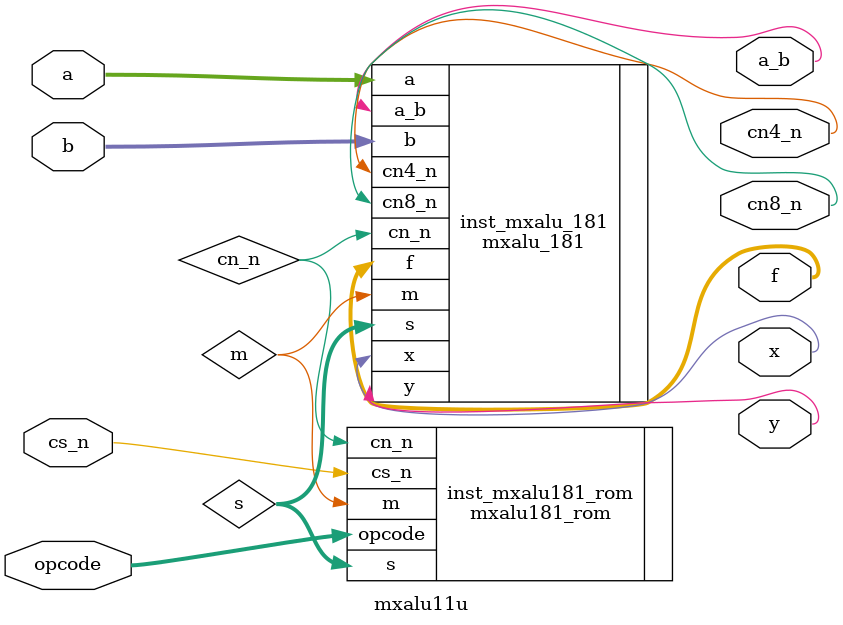
<source format=v>
module mxalu11u (
	output [7:0] f,
	output       x,
	output       y,
	output       a_b,
	output       cn4_n,
	output       cn8_n,
	 input [3:0] opcode,
	 input [7:0] a,
	 input [7:0] b,
	 input       cs_n
);
	
	wire m, cn_n;
	wire [3:0] s;
	
	mxalu181_rom inst_mxalu181_rom(
		.s(s),
		.m(m),
		.cn_n(cn_n),
		.opcode(opcode), 
		.cs_n(cs_n)
	);

	mxalu_181 inst_mxalu_181(
		.f     (f),
		.x     (x),
		.y     (y),
		.a_b   (a_b),
		.cn4_n (cn4_n),
		.cn8_n (cn8_n),
		.a     (a),
		.b     (b),
		.s     (s),
		.m     (m),
		.cn_n  (cn_n)
	);


endmodule
</source>
